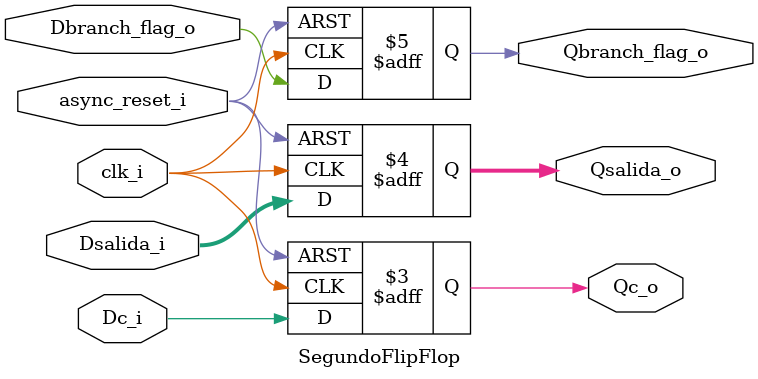
<source format=v>
/*
	Grupo:			5CV3
	Proyecto:		ALU_freq
	Archivo:			RisingEdge_DFlipFlop_SyncReset.v
	Equipo:			Equipo 2
	Integrantes:	Alcaraz Cuevas Victor Hugo
						Montoya Morales Luis Antonio
						Navarrete Becerril Sharon Anette
						Quintana Romero Roberto
						Urdaneta Villalobos Paul Alejandro

	Descripcion:	flip flop D Salidas de la ALU
*/

module SegundoFlipFlop(
	
	input clk_i,
	input async_reset_i, 
	
	input Dc_i, 
	input [31:0] Dsalida_i, 
	input Dbranch_flag_o, 
	
	output reg Qc_o,
	output reg [31:0] Qsalida_o,
	output reg Qbranch_flag_o
);
	
	always @(posedge clk_i,negedge async_reset_i) 
		begin
			 if(async_reset_i == 1'b0) begin
				  Qc_o <= 1'b0;
				  Qsalida_o <= 1'b0;
				  Qbranch_flag_o <= 1'b0;
			 end else begin
				  Qc_o <= Dc_i; 
				  Qsalida_o <= Dsalida_i; 
				  Qbranch_flag_o <= Dbranch_flag_o;
			 end
		end

		
endmodule 
</source>
